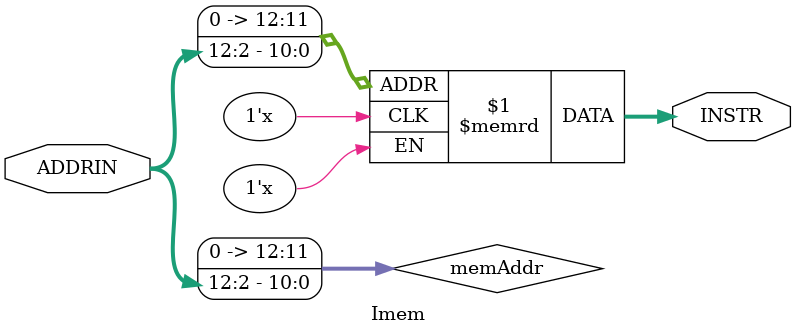
<source format=v>

module Imem(ADDRIN, INSTR);

	parameter INITFILE = "Test2.mif";
	parameter DBITS = 32;
	parameter ADDRBITS = 13; // width of mem address
	parameter WORDBITS = 2;
	parameter OPCODEBITS = 5;
	parameter REGNOBITS = 5;
	parameter MEMWORDS = 2048;
	parameter IMMBITS = 17;

	input [(ADDRBITS-1):0] ADDRIN;
	
	// see p 13 of ProjectISA slides for info
//	output [(OPCODEBITS-1):0] OP1 = inst[31:27];
//	output [(REGNOBITS-1):0] RX = inst[26:22];
//	output [(REGNOBITS-1):0] RY = inst[21:17];
//	output [(REGNOBITS-1):0] RZ = inst[16:12];
//	output [(OPCODEBITS-1):0] OP2 = inst[(OPCODEBITS-1):0];
//	output [(DBITS-1):0] IMM;
	
//	// sign extend immediatemac 
//	wire [(IMMBITS-1):0] rawImm = inst[(IMMBITS-1):0];
//	SignExtend #(.IBITS(IMMBITS),.OBITS(DBITS)) sxt(.IN(rawImm),.OUT(IMM));
	
	(* ram_init_file = INITFILE *)
	reg [(DBITS-1):0] mem[(MEMWORDS-1):0];
	
	// fetch instruction and decode
	wire [(ADDRBITS-1):0] memAddr = ADDRIN[(ADDRBITS-1):WORDBITS];
	output [(DBITS-1):0] INSTR = mem[memAddr];
	
endmodule

</source>
